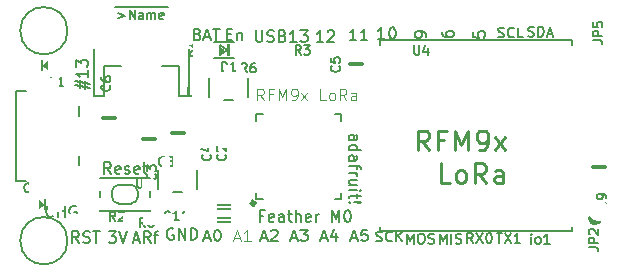
<source format=gto>
G04 #@! TF.GenerationSoftware,KiCad,Pcbnew,5.0.2-bee76a0~70~ubuntu18.04.1*
G04 #@! TF.CreationDate,2019-01-10T20:17:58-06:00*
G04 #@! TF.ProjectId,Adafruit Feather M0 RFMxx,41646166-7275-4697-9420-466561746865,rev?*
G04 #@! TF.SameCoordinates,Original*
G04 #@! TF.FileFunction,Legend,Top*
G04 #@! TF.FilePolarity,Positive*
%FSLAX46Y46*%
G04 Gerber Fmt 4.6, Leading zero omitted, Abs format (unit mm)*
G04 Created by KiCad (PCBNEW 5.0.2-bee76a0~70~ubuntu18.04.1) date Thu 10 Jan 2019 08:17:58 PM CST*
%MOMM*%
%LPD*%
G01*
G04 APERTURE LIST*
%ADD10C,0.152400*%
%ADD11C,0.121920*%
%ADD12C,0.248920*%
%ADD13C,0.304800*%
%ADD14C,0.100000*%
%ADD15C,0.127000*%
%ADD16C,0.203200*%
%ADD17C,0.406400*%
%ADD18C,0.609600*%
%ADD19C,0.138988*%
%ADD20C,0.146304*%
%ADD21C,0.500000*%
%ADD22R,1.601600X1.341600*%
%ADD23R,1.101600X1.201600*%
%ADD24R,1.301600X1.301600*%
%ADD25R,1.201600X1.101600*%
%ADD26C,1.101600*%
%ADD27R,1.101600X1.101600*%
%ADD28C,3.301600*%
%ADD29R,2.101600X1.101600*%
%ADD30R,1.451600X0.501600*%
%ADD31C,1.301600*%
%ADD32R,2.601600X2.601600*%
%ADD33C,0.802000*%
%ADD34R,0.651600X1.301600*%
%ADD35R,1.501600X1.501600*%
%ADD36C,1.778000*%
%ADD37R,1.701600X3.501600*%
%ADD38R,1.101600X4.701600*%
%ADD39R,0.851600X0.351600*%
%ADD40R,0.351600X0.851600*%
%ADD41R,4.801600X4.801600*%
%ADD42R,1.201600X2.001600*%
%ADD43R,1.601600X1.101600*%
G04 APERTURE END LIST*
D10*
X143600109Y-96093038D02*
X143600109Y-96874390D01*
X143646071Y-96966314D01*
X143692033Y-97012276D01*
X143783957Y-97058238D01*
X143967804Y-97058238D01*
X144059728Y-97012276D01*
X144105690Y-96966314D01*
X144151652Y-96874390D01*
X144151652Y-96093038D01*
X144565309Y-97012276D02*
X144703195Y-97058238D01*
X144933004Y-97058238D01*
X145024928Y-97012276D01*
X145070890Y-96966314D01*
X145116852Y-96874390D01*
X145116852Y-96782466D01*
X145070890Y-96690542D01*
X145024928Y-96644580D01*
X144933004Y-96598619D01*
X144749157Y-96552657D01*
X144657233Y-96506695D01*
X144611271Y-96460733D01*
X144565309Y-96368809D01*
X144565309Y-96276885D01*
X144611271Y-96184961D01*
X144657233Y-96139000D01*
X144749157Y-96093038D01*
X144978966Y-96093038D01*
X145116852Y-96139000D01*
X145852242Y-96552657D02*
X145990128Y-96598619D01*
X146036090Y-96644580D01*
X146082052Y-96736504D01*
X146082052Y-96874390D01*
X146036090Y-96966314D01*
X145990128Y-97012276D01*
X145898204Y-97058238D01*
X145530509Y-97058238D01*
X145530509Y-96093038D01*
X145852242Y-96093038D01*
X145944166Y-96139000D01*
X145990128Y-96184961D01*
X146036090Y-96276885D01*
X146036090Y-96368809D01*
X145990128Y-96460733D01*
X145944166Y-96506695D01*
X145852242Y-96552657D01*
X145530509Y-96552657D01*
X128618463Y-114076238D02*
X128296730Y-113616619D01*
X128066920Y-114076238D02*
X128066920Y-113111038D01*
X128434616Y-113111038D01*
X128526540Y-113157000D01*
X128572501Y-113202961D01*
X128618463Y-113294885D01*
X128618463Y-113432771D01*
X128572501Y-113524695D01*
X128526540Y-113570657D01*
X128434616Y-113616619D01*
X128066920Y-113616619D01*
X128986159Y-114030276D02*
X129124044Y-114076238D01*
X129353854Y-114076238D01*
X129445778Y-114030276D01*
X129491740Y-113984314D01*
X129537701Y-113892390D01*
X129537701Y-113800466D01*
X129491740Y-113708542D01*
X129445778Y-113662580D01*
X129353854Y-113616619D01*
X129170006Y-113570657D01*
X129078082Y-113524695D01*
X129032120Y-113478733D01*
X128986159Y-113386809D01*
X128986159Y-113294885D01*
X129032120Y-113202961D01*
X129078082Y-113157000D01*
X129170006Y-113111038D01*
X129399816Y-113111038D01*
X129537701Y-113157000D01*
X129813473Y-113111038D02*
X130365016Y-113111038D01*
X130089244Y-114076238D02*
X130089244Y-113111038D01*
X133249730Y-113800466D02*
X133709349Y-113800466D01*
X133157806Y-114076238D02*
X133479540Y-113111038D01*
X133801273Y-114076238D01*
X134674549Y-114076238D02*
X134352816Y-113616619D01*
X134123006Y-114076238D02*
X134123006Y-113111038D01*
X134490701Y-113111038D01*
X134582625Y-113157000D01*
X134628587Y-113202961D01*
X134674549Y-113294885D01*
X134674549Y-113432771D01*
X134628587Y-113524695D01*
X134582625Y-113570657D01*
X134490701Y-113616619D01*
X134123006Y-113616619D01*
X134950320Y-113432771D02*
X135318016Y-113432771D01*
X135088206Y-114076238D02*
X135088206Y-113248923D01*
X135134168Y-113157000D01*
X135226092Y-113111038D01*
X135318016Y-113111038D01*
X131134273Y-113111038D02*
X131731778Y-113111038D01*
X131410044Y-113478733D01*
X131547930Y-113478733D01*
X131639854Y-113524695D01*
X131685816Y-113570657D01*
X131731778Y-113662580D01*
X131731778Y-113892390D01*
X131685816Y-113984314D01*
X131639854Y-114030276D01*
X131547930Y-114076238D01*
X131272159Y-114076238D01*
X131180235Y-114030276D01*
X131134273Y-113984314D01*
X132007549Y-113111038D02*
X132329282Y-114076238D01*
X132651016Y-113111038D01*
X151665335Y-113648066D02*
X152124954Y-113648066D01*
X151573411Y-113923838D02*
X151895144Y-112958638D01*
X152216878Y-113923838D01*
X152998230Y-112958638D02*
X152538611Y-112958638D01*
X152492649Y-113418257D01*
X152538611Y-113372295D01*
X152630535Y-113326333D01*
X152860344Y-113326333D01*
X152952268Y-113372295D01*
X152998230Y-113418257D01*
X153044192Y-113510180D01*
X153044192Y-113739990D01*
X152998230Y-113831914D01*
X152952268Y-113877876D01*
X152860344Y-113923838D01*
X152630535Y-113923838D01*
X152538611Y-113877876D01*
X152492649Y-113831914D01*
X149125335Y-113648066D02*
X149584954Y-113648066D01*
X149033411Y-113923838D02*
X149355144Y-112958638D01*
X149676878Y-113923838D01*
X150412268Y-113280371D02*
X150412268Y-113923838D01*
X150182459Y-112912676D02*
X149952649Y-113602104D01*
X150550154Y-113602104D01*
X146585335Y-113648066D02*
X147044954Y-113648066D01*
X146493411Y-113923838D02*
X146815144Y-112958638D01*
X147136878Y-113923838D01*
X147366687Y-112958638D02*
X147964192Y-112958638D01*
X147642459Y-113326333D01*
X147780344Y-113326333D01*
X147872268Y-113372295D01*
X147918230Y-113418257D01*
X147964192Y-113510180D01*
X147964192Y-113739990D01*
X147918230Y-113831914D01*
X147872268Y-113877876D01*
X147780344Y-113923838D01*
X147504573Y-113923838D01*
X147412649Y-113877876D01*
X147366687Y-113831914D01*
X144045335Y-113648066D02*
X144504954Y-113648066D01*
X143953411Y-113923838D02*
X144275144Y-112958638D01*
X144596878Y-113923838D01*
X144872649Y-113050561D02*
X144918611Y-113004600D01*
X145010535Y-112958638D01*
X145240344Y-112958638D01*
X145332268Y-113004600D01*
X145378230Y-113050561D01*
X145424192Y-113142485D01*
X145424192Y-113234409D01*
X145378230Y-113372295D01*
X144826687Y-113923838D01*
X145424192Y-113923838D01*
D11*
X141779147Y-113648066D02*
X142238766Y-113648066D01*
X141687223Y-113923838D02*
X142008956Y-112958638D01*
X142330690Y-113923838D01*
X143158004Y-113923838D02*
X142606461Y-113923838D01*
X142882232Y-113923838D02*
X142882232Y-112958638D01*
X142790309Y-113096523D01*
X142698385Y-113188447D01*
X142606461Y-113234409D01*
D10*
X139219335Y-113648066D02*
X139678954Y-113648066D01*
X139127411Y-113923838D02*
X139449144Y-112958638D01*
X139770878Y-113923838D01*
X140276459Y-112958638D02*
X140368382Y-112958638D01*
X140460306Y-113004600D01*
X140506268Y-113050561D01*
X140552230Y-113142485D01*
X140598192Y-113326333D01*
X140598192Y-113556142D01*
X140552230Y-113739990D01*
X140506268Y-113831914D01*
X140460306Y-113877876D01*
X140368382Y-113923838D01*
X140276459Y-113923838D01*
X140184535Y-113877876D01*
X140138573Y-113831914D01*
X140092611Y-113739990D01*
X140046649Y-113556142D01*
X140046649Y-113326333D01*
X140092611Y-113142485D01*
X140138573Y-113050561D01*
X140184535Y-113004600D01*
X140276459Y-112958638D01*
X147047252Y-97058238D02*
X146495709Y-97058238D01*
X146771480Y-97058238D02*
X146771480Y-96093038D01*
X146679557Y-96230923D01*
X146587633Y-96322847D01*
X146495709Y-96368809D01*
X147368985Y-96093038D02*
X147966490Y-96093038D01*
X147644757Y-96460733D01*
X147782642Y-96460733D01*
X147874566Y-96506695D01*
X147920528Y-96552657D01*
X147966490Y-96644580D01*
X147966490Y-96874390D01*
X147920528Y-96966314D01*
X147874566Y-97012276D01*
X147782642Y-97058238D01*
X147506871Y-97058238D01*
X147414947Y-97012276D01*
X147368985Y-96966314D01*
X162006038Y-96213869D02*
X162006038Y-96673488D01*
X162465657Y-96719450D01*
X162419695Y-96673488D01*
X162373733Y-96581564D01*
X162373733Y-96351755D01*
X162419695Y-96259831D01*
X162465657Y-96213869D01*
X162557580Y-96167907D01*
X162787390Y-96167907D01*
X162879314Y-96213869D01*
X162925276Y-96259831D01*
X162971238Y-96351755D01*
X162971238Y-96581564D01*
X162925276Y-96673488D01*
X162879314Y-96719450D01*
X152086854Y-96931238D02*
X151535311Y-96931238D01*
X151811082Y-96931238D02*
X151811082Y-95966038D01*
X151719159Y-96103923D01*
X151627235Y-96195847D01*
X151535311Y-96241809D01*
X153006092Y-96931238D02*
X152454549Y-96931238D01*
X152730320Y-96931238D02*
X152730320Y-95966038D01*
X152638397Y-96103923D01*
X152546473Y-96195847D01*
X152454549Y-96241809D01*
X154499854Y-96804238D02*
X153948311Y-96804238D01*
X154224082Y-96804238D02*
X154224082Y-95839038D01*
X154132159Y-95976923D01*
X154040235Y-96068847D01*
X153948311Y-96114809D01*
X155097359Y-95839038D02*
X155189282Y-95839038D01*
X155281206Y-95885000D01*
X155327168Y-95930961D01*
X155373130Y-96022885D01*
X155419092Y-96206733D01*
X155419092Y-96436542D01*
X155373130Y-96620390D01*
X155327168Y-96712314D01*
X155281206Y-96758276D01*
X155189282Y-96804238D01*
X155097359Y-96804238D01*
X155005435Y-96758276D01*
X154959473Y-96712314D01*
X154913511Y-96620390D01*
X154867549Y-96436542D01*
X154867549Y-96206733D01*
X154913511Y-96022885D01*
X154959473Y-95930961D01*
X155005435Y-95885000D01*
X155097359Y-95839038D01*
X158018238Y-96627526D02*
X158018238Y-96443679D01*
X157972276Y-96351755D01*
X157926314Y-96305793D01*
X157788428Y-96213869D01*
X157604580Y-96167907D01*
X157236885Y-96167907D01*
X157144961Y-96213869D01*
X157099000Y-96259831D01*
X157053038Y-96351755D01*
X157053038Y-96535602D01*
X157099000Y-96627526D01*
X157144961Y-96673488D01*
X157236885Y-96719450D01*
X157466695Y-96719450D01*
X157558619Y-96673488D01*
X157604580Y-96627526D01*
X157650542Y-96535602D01*
X157650542Y-96351755D01*
X157604580Y-96259831D01*
X157558619Y-96213869D01*
X157466695Y-96167907D01*
X153778373Y-113921116D02*
X153899023Y-113961333D01*
X154100106Y-113961333D01*
X154180540Y-113921116D01*
X154220756Y-113880900D01*
X154260973Y-113800466D01*
X154260973Y-113720033D01*
X154220756Y-113639600D01*
X154180540Y-113599383D01*
X154100106Y-113559166D01*
X153939240Y-113518950D01*
X153858806Y-113478733D01*
X153818590Y-113438516D01*
X153778373Y-113358083D01*
X153778373Y-113277650D01*
X153818590Y-113197216D01*
X153858806Y-113157000D01*
X153939240Y-113116783D01*
X154140323Y-113116783D01*
X154260973Y-113157000D01*
X155105523Y-113880900D02*
X155065306Y-113921116D01*
X154944656Y-113961333D01*
X154864223Y-113961333D01*
X154743573Y-113921116D01*
X154663140Y-113840683D01*
X154622923Y-113760250D01*
X154582706Y-113599383D01*
X154582706Y-113478733D01*
X154622923Y-113317866D01*
X154663140Y-113237433D01*
X154743573Y-113157000D01*
X154864223Y-113116783D01*
X154944656Y-113116783D01*
X155065306Y-113157000D01*
X155105523Y-113197216D01*
X155467473Y-113961333D02*
X155467473Y-113116783D01*
X155950073Y-113961333D02*
X155588123Y-113478733D01*
X155950073Y-113116783D02*
X155467473Y-113599383D01*
X156392033Y-114148658D02*
X156392033Y-113304108D01*
X156673550Y-113907358D01*
X156955066Y-113304108D01*
X156955066Y-114148658D01*
X157518100Y-113304108D02*
X157678966Y-113304108D01*
X157759400Y-113344325D01*
X157839833Y-113424758D01*
X157880050Y-113585625D01*
X157880050Y-113867141D01*
X157839833Y-114028008D01*
X157759400Y-114108441D01*
X157678966Y-114148658D01*
X157518100Y-114148658D01*
X157437666Y-114108441D01*
X157357233Y-114028008D01*
X157317016Y-113867141D01*
X157317016Y-113585625D01*
X157357233Y-113424758D01*
X157437666Y-113344325D01*
X157518100Y-113304108D01*
X158201783Y-114108441D02*
X158322433Y-114148658D01*
X158523516Y-114148658D01*
X158603950Y-114108441D01*
X158644166Y-114068225D01*
X158684383Y-113987791D01*
X158684383Y-113907358D01*
X158644166Y-113826925D01*
X158603950Y-113786708D01*
X158523516Y-113746491D01*
X158362650Y-113706275D01*
X158282216Y-113666058D01*
X158242000Y-113625841D01*
X158201783Y-113545408D01*
X158201783Y-113464975D01*
X158242000Y-113384541D01*
X158282216Y-113344325D01*
X158362650Y-113304108D01*
X158563733Y-113304108D01*
X158684383Y-113344325D01*
X159173333Y-114148658D02*
X159173333Y-113304108D01*
X159454850Y-113907358D01*
X159736366Y-113304108D01*
X159736366Y-114148658D01*
X160138533Y-114148658D02*
X160138533Y-113304108D01*
X160500483Y-114108441D02*
X160621133Y-114148658D01*
X160822216Y-114148658D01*
X160902650Y-114108441D01*
X160942866Y-114068225D01*
X160983083Y-113987791D01*
X160983083Y-113907358D01*
X160942866Y-113826925D01*
X160902650Y-113786708D01*
X160822216Y-113746491D01*
X160661350Y-113706275D01*
X160580916Y-113666058D01*
X160540700Y-113625841D01*
X160500483Y-113545408D01*
X160500483Y-113464975D01*
X160540700Y-113384541D01*
X160580916Y-113344325D01*
X160661350Y-113304108D01*
X160862433Y-113304108D01*
X160983083Y-113344325D01*
X164099240Y-96649116D02*
X164219890Y-96689333D01*
X164420973Y-96689333D01*
X164501406Y-96649116D01*
X164541623Y-96608900D01*
X164581840Y-96528466D01*
X164581840Y-96448033D01*
X164541623Y-96367600D01*
X164501406Y-96327383D01*
X164420973Y-96287166D01*
X164260106Y-96246950D01*
X164179673Y-96206733D01*
X164139456Y-96166516D01*
X164099240Y-96086083D01*
X164099240Y-96005650D01*
X164139456Y-95925216D01*
X164179673Y-95885000D01*
X164260106Y-95844783D01*
X164461190Y-95844783D01*
X164581840Y-95885000D01*
X165426390Y-96608900D02*
X165386173Y-96649116D01*
X165265523Y-96689333D01*
X165185090Y-96689333D01*
X165064440Y-96649116D01*
X164984006Y-96568683D01*
X164943790Y-96488250D01*
X164903573Y-96327383D01*
X164903573Y-96206733D01*
X164943790Y-96045866D01*
X164984006Y-95965433D01*
X165064440Y-95885000D01*
X165185090Y-95844783D01*
X165265523Y-95844783D01*
X165386173Y-95885000D01*
X165426390Y-95925216D01*
X166190506Y-96689333D02*
X165788340Y-96689333D01*
X165788340Y-95844783D01*
X166652575Y-96582441D02*
X166773225Y-96622658D01*
X166974308Y-96622658D01*
X167054741Y-96582441D01*
X167094958Y-96542225D01*
X167135175Y-96461791D01*
X167135175Y-96381358D01*
X167094958Y-96300925D01*
X167054741Y-96260708D01*
X166974308Y-96220491D01*
X166813441Y-96180275D01*
X166733008Y-96140058D01*
X166692791Y-96099841D01*
X166652575Y-96019408D01*
X166652575Y-95938975D01*
X166692791Y-95858541D01*
X166733008Y-95818325D01*
X166813441Y-95778108D01*
X167014525Y-95778108D01*
X167135175Y-95818325D01*
X167497125Y-96622658D02*
X167497125Y-95778108D01*
X167698208Y-95778108D01*
X167818858Y-95818325D01*
X167899291Y-95898758D01*
X167939508Y-95979191D01*
X167979725Y-96140058D01*
X167979725Y-96260708D01*
X167939508Y-96421575D01*
X167899291Y-96502008D01*
X167818858Y-96582441D01*
X167698208Y-96622658D01*
X167497125Y-96622658D01*
X168301458Y-96381358D02*
X168703625Y-96381358D01*
X168221025Y-96622658D02*
X168502541Y-95778108D01*
X168784058Y-96622658D01*
X161961406Y-114088333D02*
X161679890Y-113686166D01*
X161478806Y-114088333D02*
X161478806Y-113243783D01*
X161800540Y-113243783D01*
X161880973Y-113284000D01*
X161921190Y-113324216D01*
X161961406Y-113404650D01*
X161961406Y-113525300D01*
X161921190Y-113605733D01*
X161880973Y-113645950D01*
X161800540Y-113686166D01*
X161478806Y-113686166D01*
X162242923Y-113243783D02*
X162805956Y-114088333D01*
X162805956Y-113243783D02*
X162242923Y-114088333D01*
X163288556Y-113243783D02*
X163368990Y-113243783D01*
X163449423Y-113284000D01*
X163489640Y-113324216D01*
X163529856Y-113404650D01*
X163570073Y-113565516D01*
X163570073Y-113766600D01*
X163529856Y-113927466D01*
X163489640Y-114007900D01*
X163449423Y-114048116D01*
X163368990Y-114088333D01*
X163288556Y-114088333D01*
X163208123Y-114048116D01*
X163167906Y-114007900D01*
X163127690Y-113927466D01*
X163087473Y-113766600D01*
X163087473Y-113565516D01*
X163127690Y-113404650D01*
X163167906Y-113324216D01*
X163208123Y-113284000D01*
X163288556Y-113243783D01*
X163972240Y-113243783D02*
X164454840Y-113243783D01*
X164213540Y-114088333D02*
X164213540Y-113243783D01*
X164655923Y-113243783D02*
X165218956Y-114088333D01*
X165218956Y-113243783D02*
X164655923Y-114088333D01*
X165983073Y-114088333D02*
X165500473Y-114088333D01*
X165741773Y-114088333D02*
X165741773Y-113243783D01*
X165661340Y-113364433D01*
X165580906Y-113444866D01*
X165500473Y-113485083D01*
X138640578Y-96425657D02*
X138778463Y-96471619D01*
X138824425Y-96517580D01*
X138870387Y-96609504D01*
X138870387Y-96747390D01*
X138824425Y-96839314D01*
X138778463Y-96885276D01*
X138686540Y-96931238D01*
X138318844Y-96931238D01*
X138318844Y-95966038D01*
X138640578Y-95966038D01*
X138732501Y-96012000D01*
X138778463Y-96057961D01*
X138824425Y-96149885D01*
X138824425Y-96241809D01*
X138778463Y-96333733D01*
X138732501Y-96379695D01*
X138640578Y-96425657D01*
X138318844Y-96425657D01*
X139238082Y-96655466D02*
X139697701Y-96655466D01*
X139146159Y-96931238D02*
X139467892Y-95966038D01*
X139789625Y-96931238D01*
X139973473Y-95966038D02*
X140525016Y-95966038D01*
X140249244Y-96931238D02*
X140249244Y-95966038D01*
X149292854Y-97058238D02*
X148741311Y-97058238D01*
X149017082Y-97058238D02*
X149017082Y-96093038D01*
X148925159Y-96230923D01*
X148833235Y-96322847D01*
X148741311Y-96368809D01*
X149660549Y-96184961D02*
X149706511Y-96139000D01*
X149798435Y-96093038D01*
X150028244Y-96093038D01*
X150120168Y-96139000D01*
X150166130Y-96184961D01*
X150212092Y-96276885D01*
X150212092Y-96368809D01*
X150166130Y-96506695D01*
X149614587Y-97058238D01*
X150212092Y-97058238D01*
X159364438Y-96209152D02*
X159364438Y-96393000D01*
X159410400Y-96484923D01*
X159456361Y-96530885D01*
X159594247Y-96622809D01*
X159778095Y-96668771D01*
X160145790Y-96668771D01*
X160237714Y-96622809D01*
X160283676Y-96576847D01*
X160329638Y-96484923D01*
X160329638Y-96301076D01*
X160283676Y-96209152D01*
X160237714Y-96163190D01*
X160145790Y-96117228D01*
X159915980Y-96117228D01*
X159824057Y-96163190D01*
X159778095Y-96209152D01*
X159732133Y-96301076D01*
X159732133Y-96484923D01*
X159778095Y-96576847D01*
X159824057Y-96622809D01*
X159915980Y-96668771D01*
X136589709Y-112903000D02*
X136497785Y-112857038D01*
X136359900Y-112857038D01*
X136222014Y-112903000D01*
X136130090Y-112994923D01*
X136084128Y-113086847D01*
X136038166Y-113270695D01*
X136038166Y-113408580D01*
X136084128Y-113592428D01*
X136130090Y-113684352D01*
X136222014Y-113776276D01*
X136359900Y-113822238D01*
X136451823Y-113822238D01*
X136589709Y-113776276D01*
X136635671Y-113730314D01*
X136635671Y-113408580D01*
X136451823Y-113408580D01*
X137049328Y-113822238D02*
X137049328Y-112857038D01*
X137600871Y-113822238D01*
X137600871Y-112857038D01*
X138060490Y-113822238D02*
X138060490Y-112857038D01*
X138290300Y-112857038D01*
X138428185Y-112903000D01*
X138520109Y-112994923D01*
X138566071Y-113086847D01*
X138612033Y-113270695D01*
X138612033Y-113408580D01*
X138566071Y-113592428D01*
X138520109Y-113684352D01*
X138428185Y-113776276D01*
X138290300Y-113822238D01*
X138060490Y-113822238D01*
X128710871Y-100991488D02*
X128710871Y-100302060D01*
X128297214Y-100715717D02*
X129538185Y-100991488D01*
X129124528Y-100393983D02*
X129124528Y-101083412D01*
X129538185Y-100669755D02*
X128297214Y-100393983D01*
X129354338Y-99474745D02*
X129354338Y-100026288D01*
X129354338Y-99750517D02*
X128389138Y-99750517D01*
X128527023Y-99842440D01*
X128618947Y-99934364D01*
X128664909Y-100026288D01*
X128389138Y-99153012D02*
X128389138Y-98555507D01*
X128756833Y-98877240D01*
X128756833Y-98739355D01*
X128802795Y-98647431D01*
X128848757Y-98601469D01*
X128940680Y-98555507D01*
X129170490Y-98555507D01*
X129262414Y-98601469D01*
X129308376Y-98647431D01*
X129354338Y-98739355D01*
X129354338Y-99015126D01*
X129308376Y-99107050D01*
X129262414Y-99153012D01*
X141132197Y-96425657D02*
X141453930Y-96425657D01*
X141591816Y-96931238D02*
X141132197Y-96931238D01*
X141132197Y-95966038D01*
X141591816Y-95966038D01*
X142005473Y-96287771D02*
X142005473Y-96931238D01*
X142005473Y-96379695D02*
X142051435Y-96333733D01*
X142143359Y-96287771D01*
X142281244Y-96287771D01*
X142373168Y-96333733D01*
X142419130Y-96425657D01*
X142419130Y-96931238D01*
X166893875Y-114148658D02*
X166893875Y-113585625D01*
X166893875Y-113304108D02*
X166853658Y-113344325D01*
X166893875Y-113384541D01*
X166934091Y-113344325D01*
X166893875Y-113304108D01*
X166893875Y-113384541D01*
X167416691Y-114148658D02*
X167336258Y-114108441D01*
X167296041Y-114068225D01*
X167255825Y-113987791D01*
X167255825Y-113746491D01*
X167296041Y-113666058D01*
X167336258Y-113625841D01*
X167416691Y-113585625D01*
X167537341Y-113585625D01*
X167617775Y-113625841D01*
X167657991Y-113666058D01*
X167698208Y-113746491D01*
X167698208Y-113987791D01*
X167657991Y-114068225D01*
X167617775Y-114108441D01*
X167537341Y-114148658D01*
X167416691Y-114148658D01*
X168502541Y-114148658D02*
X168019941Y-114148658D01*
X168261241Y-114148658D02*
X168261241Y-113304108D01*
X168180808Y-113424758D01*
X168100375Y-113505191D01*
X168019941Y-113545408D01*
D11*
D10*
X131304090Y-108234238D02*
X130982357Y-107774619D01*
X130752547Y-108234238D02*
X130752547Y-107269038D01*
X131120242Y-107269038D01*
X131212166Y-107315000D01*
X131258128Y-107360961D01*
X131304090Y-107452885D01*
X131304090Y-107590771D01*
X131258128Y-107682695D01*
X131212166Y-107728657D01*
X131120242Y-107774619D01*
X130752547Y-107774619D01*
X132085442Y-108188276D02*
X131993519Y-108234238D01*
X131809671Y-108234238D01*
X131717747Y-108188276D01*
X131671785Y-108096352D01*
X131671785Y-107728657D01*
X131717747Y-107636733D01*
X131809671Y-107590771D01*
X131993519Y-107590771D01*
X132085442Y-107636733D01*
X132131404Y-107728657D01*
X132131404Y-107820580D01*
X131671785Y-107912504D01*
X132499100Y-108188276D02*
X132591023Y-108234238D01*
X132774871Y-108234238D01*
X132866795Y-108188276D01*
X132912757Y-108096352D01*
X132912757Y-108050390D01*
X132866795Y-107958466D01*
X132774871Y-107912504D01*
X132636985Y-107912504D01*
X132545061Y-107866542D01*
X132499100Y-107774619D01*
X132499100Y-107728657D01*
X132545061Y-107636733D01*
X132636985Y-107590771D01*
X132774871Y-107590771D01*
X132866795Y-107636733D01*
X133694109Y-108188276D02*
X133602185Y-108234238D01*
X133418338Y-108234238D01*
X133326414Y-108188276D01*
X133280452Y-108096352D01*
X133280452Y-107728657D01*
X133326414Y-107636733D01*
X133418338Y-107590771D01*
X133602185Y-107590771D01*
X133694109Y-107636733D01*
X133740071Y-107728657D01*
X133740071Y-107820580D01*
X133280452Y-107912504D01*
X134015842Y-107590771D02*
X134383538Y-107590771D01*
X134153728Y-107269038D02*
X134153728Y-108096352D01*
X134199690Y-108188276D01*
X134291614Y-108234238D01*
X134383538Y-108234238D01*
X126429830Y-111799914D02*
X126383868Y-111845876D01*
X126245982Y-111891838D01*
X126154059Y-111891838D01*
X126016173Y-111845876D01*
X125924249Y-111753952D01*
X125878287Y-111662028D01*
X125832325Y-111478180D01*
X125832325Y-111340295D01*
X125878287Y-111156447D01*
X125924249Y-111064523D01*
X126016173Y-110972600D01*
X126154059Y-110926638D01*
X126245982Y-110926638D01*
X126383868Y-110972600D01*
X126429830Y-111018561D01*
X126843487Y-111891838D02*
X126843487Y-110926638D01*
X126843487Y-111386257D02*
X127395030Y-111386257D01*
X127395030Y-111891838D02*
X127395030Y-110926638D01*
X128360230Y-110972600D02*
X128268306Y-110926638D01*
X128130420Y-110926638D01*
X127992535Y-110972600D01*
X127900611Y-111064523D01*
X127854649Y-111156447D01*
X127808687Y-111340295D01*
X127808687Y-111478180D01*
X127854649Y-111662028D01*
X127900611Y-111753952D01*
X127992535Y-111845876D01*
X128130420Y-111891838D01*
X128222344Y-111891838D01*
X128360230Y-111845876D01*
X128406192Y-111799914D01*
X128406192Y-111478180D01*
X128222344Y-111478180D01*
D11*
D10*
X144223014Y-111792657D02*
X143901280Y-111792657D01*
X143901280Y-112298238D02*
X143901280Y-111333038D01*
X144360900Y-111333038D01*
X145096290Y-112252276D02*
X145004366Y-112298238D01*
X144820519Y-112298238D01*
X144728595Y-112252276D01*
X144682633Y-112160352D01*
X144682633Y-111792657D01*
X144728595Y-111700733D01*
X144820519Y-111654771D01*
X145004366Y-111654771D01*
X145096290Y-111700733D01*
X145142252Y-111792657D01*
X145142252Y-111884580D01*
X144682633Y-111976504D01*
X145969566Y-112298238D02*
X145969566Y-111792657D01*
X145923604Y-111700733D01*
X145831680Y-111654771D01*
X145647833Y-111654771D01*
X145555909Y-111700733D01*
X145969566Y-112252276D02*
X145877642Y-112298238D01*
X145647833Y-112298238D01*
X145555909Y-112252276D01*
X145509947Y-112160352D01*
X145509947Y-112068428D01*
X145555909Y-111976504D01*
X145647833Y-111930542D01*
X145877642Y-111930542D01*
X145969566Y-111884580D01*
X146291300Y-111654771D02*
X146658995Y-111654771D01*
X146429185Y-111333038D02*
X146429185Y-112160352D01*
X146475147Y-112252276D01*
X146567071Y-112298238D01*
X146658995Y-112298238D01*
X146980728Y-112298238D02*
X146980728Y-111333038D01*
X147394385Y-112298238D02*
X147394385Y-111792657D01*
X147348423Y-111700733D01*
X147256500Y-111654771D01*
X147118614Y-111654771D01*
X147026690Y-111700733D01*
X146980728Y-111746695D01*
X148221700Y-112252276D02*
X148129776Y-112298238D01*
X147945928Y-112298238D01*
X147854004Y-112252276D01*
X147808042Y-112160352D01*
X147808042Y-111792657D01*
X147854004Y-111700733D01*
X147945928Y-111654771D01*
X148129776Y-111654771D01*
X148221700Y-111700733D01*
X148267661Y-111792657D01*
X148267661Y-111884580D01*
X147808042Y-111976504D01*
X148681319Y-112298238D02*
X148681319Y-111654771D01*
X148681319Y-111838619D02*
X148727280Y-111746695D01*
X148773242Y-111700733D01*
X148865166Y-111654771D01*
X148957090Y-111654771D01*
X150014214Y-112298238D02*
X150014214Y-111333038D01*
X150335947Y-112022466D01*
X150657680Y-111333038D01*
X150657680Y-112298238D01*
X151301147Y-111333038D02*
X151393071Y-111333038D01*
X151484995Y-111379000D01*
X151530957Y-111424961D01*
X151576919Y-111516885D01*
X151622880Y-111700733D01*
X151622880Y-111930542D01*
X151576919Y-112114390D01*
X151530957Y-112206314D01*
X151484995Y-112252276D01*
X151393071Y-112298238D01*
X151301147Y-112298238D01*
X151209223Y-112252276D01*
X151163261Y-112206314D01*
X151117300Y-112114390D01*
X151071338Y-111930542D01*
X151071338Y-111700733D01*
X151117300Y-111516885D01*
X151163261Y-111424961D01*
X151209223Y-111379000D01*
X151301147Y-111333038D01*
D11*
X144277418Y-102011238D02*
X143955685Y-101551619D01*
X143725875Y-102011238D02*
X143725875Y-101046038D01*
X144093571Y-101046038D01*
X144185494Y-101092000D01*
X144231456Y-101137961D01*
X144277418Y-101229885D01*
X144277418Y-101367771D01*
X144231456Y-101459695D01*
X144185494Y-101505657D01*
X144093571Y-101551619D01*
X143725875Y-101551619D01*
X145012809Y-101505657D02*
X144691075Y-101505657D01*
X144691075Y-102011238D02*
X144691075Y-101046038D01*
X145150694Y-101046038D01*
X145518390Y-102011238D02*
X145518390Y-101046038D01*
X145840123Y-101735466D01*
X146161856Y-101046038D01*
X146161856Y-102011238D01*
X146667437Y-102011238D02*
X146851285Y-102011238D01*
X146943209Y-101965276D01*
X146989171Y-101919314D01*
X147081094Y-101781428D01*
X147127056Y-101597580D01*
X147127056Y-101229885D01*
X147081094Y-101137961D01*
X147035132Y-101092000D01*
X146943209Y-101046038D01*
X146759361Y-101046038D01*
X146667437Y-101092000D01*
X146621475Y-101137961D01*
X146575513Y-101229885D01*
X146575513Y-101459695D01*
X146621475Y-101551619D01*
X146667437Y-101597580D01*
X146759361Y-101643542D01*
X146943209Y-101643542D01*
X147035132Y-101597580D01*
X147081094Y-101551619D01*
X147127056Y-101459695D01*
X147448790Y-102011238D02*
X147954371Y-101367771D01*
X147448790Y-101367771D02*
X147954371Y-102011238D01*
X149517075Y-102011238D02*
X149057456Y-102011238D01*
X149057456Y-101046038D01*
X149976694Y-102011238D02*
X149884771Y-101965276D01*
X149838809Y-101919314D01*
X149792847Y-101827390D01*
X149792847Y-101551619D01*
X149838809Y-101459695D01*
X149884771Y-101413733D01*
X149976694Y-101367771D01*
X150114580Y-101367771D01*
X150206504Y-101413733D01*
X150252466Y-101459695D01*
X150298428Y-101551619D01*
X150298428Y-101827390D01*
X150252466Y-101919314D01*
X150206504Y-101965276D01*
X150114580Y-102011238D01*
X149976694Y-102011238D01*
X151263628Y-102011238D02*
X150941894Y-101551619D01*
X150712085Y-102011238D02*
X150712085Y-101046038D01*
X151079780Y-101046038D01*
X151171704Y-101092000D01*
X151217666Y-101137961D01*
X151263628Y-101229885D01*
X151263628Y-101367771D01*
X151217666Y-101459695D01*
X151171704Y-101505657D01*
X151079780Y-101551619D01*
X150712085Y-101551619D01*
X152090942Y-102011238D02*
X152090942Y-101505657D01*
X152044980Y-101413733D01*
X151953056Y-101367771D01*
X151769209Y-101367771D01*
X151677285Y-101413733D01*
X152090942Y-101965276D02*
X151999018Y-102011238D01*
X151769209Y-102011238D01*
X151677285Y-101965276D01*
X151631323Y-101873352D01*
X151631323Y-101781428D01*
X151677285Y-101689504D01*
X151769209Y-101643542D01*
X151999018Y-101643542D01*
X152090942Y-101597580D01*
D10*
X151493461Y-105384600D02*
X151999042Y-105384600D01*
X152090966Y-105338638D01*
X152136928Y-105246714D01*
X152136928Y-105062866D01*
X152090966Y-104970942D01*
X151539423Y-105384600D02*
X151493461Y-105292676D01*
X151493461Y-105062866D01*
X151539423Y-104970942D01*
X151631347Y-104924980D01*
X151723271Y-104924980D01*
X151815195Y-104970942D01*
X151861157Y-105062866D01*
X151861157Y-105292676D01*
X151907119Y-105384600D01*
X151493461Y-106257876D02*
X152458661Y-106257876D01*
X151539423Y-106257876D02*
X151493461Y-106165952D01*
X151493461Y-105982104D01*
X151539423Y-105890180D01*
X151585385Y-105844219D01*
X151677309Y-105798257D01*
X151953080Y-105798257D01*
X152045004Y-105844219D01*
X152090966Y-105890180D01*
X152136928Y-105982104D01*
X152136928Y-106165952D01*
X152090966Y-106257876D01*
X151493461Y-107131152D02*
X151999042Y-107131152D01*
X152090966Y-107085190D01*
X152136928Y-106993266D01*
X152136928Y-106809419D01*
X152090966Y-106717495D01*
X151539423Y-107131152D02*
X151493461Y-107039228D01*
X151493461Y-106809419D01*
X151539423Y-106717495D01*
X151631347Y-106671533D01*
X151723271Y-106671533D01*
X151815195Y-106717495D01*
X151861157Y-106809419D01*
X151861157Y-107039228D01*
X151907119Y-107131152D01*
X152136928Y-107452885D02*
X152136928Y-107820580D01*
X151493461Y-107590771D02*
X152320776Y-107590771D01*
X152412700Y-107636733D01*
X152458661Y-107728657D01*
X152458661Y-107820580D01*
X151493461Y-108142314D02*
X152136928Y-108142314D01*
X151953080Y-108142314D02*
X152045004Y-108188276D01*
X152090966Y-108234238D01*
X152136928Y-108326161D01*
X152136928Y-108418085D01*
X152136928Y-109153476D02*
X151493461Y-109153476D01*
X152136928Y-108739819D02*
X151631347Y-108739819D01*
X151539423Y-108785780D01*
X151493461Y-108877704D01*
X151493461Y-109015590D01*
X151539423Y-109107514D01*
X151585385Y-109153476D01*
X151493461Y-109613095D02*
X152136928Y-109613095D01*
X152458661Y-109613095D02*
X152412700Y-109567133D01*
X152366738Y-109613095D01*
X152412700Y-109659057D01*
X152458661Y-109613095D01*
X152366738Y-109613095D01*
X152136928Y-109934828D02*
X152136928Y-110302523D01*
X152458661Y-110072714D02*
X151631347Y-110072714D01*
X151539423Y-110118676D01*
X151493461Y-110210600D01*
X151493461Y-110302523D01*
X151585385Y-110624257D02*
X151539423Y-110670219D01*
X151493461Y-110624257D01*
X151539423Y-110578295D01*
X151585385Y-110624257D01*
X151493461Y-110624257D01*
X151861157Y-110624257D02*
X152412700Y-110578295D01*
X152458661Y-110624257D01*
X152412700Y-110670219D01*
X151861157Y-110624257D01*
X152458661Y-110624257D01*
D12*
X158262235Y-106256666D02*
X157699202Y-105452333D01*
X157297035Y-106256666D02*
X157297035Y-104567566D01*
X157940502Y-104567566D01*
X158101368Y-104648000D01*
X158181802Y-104728433D01*
X158262235Y-104889300D01*
X158262235Y-105130600D01*
X158181802Y-105291466D01*
X158101368Y-105371900D01*
X157940502Y-105452333D01*
X157297035Y-105452333D01*
X159549168Y-105371900D02*
X158986135Y-105371900D01*
X158986135Y-106256666D02*
X158986135Y-104567566D01*
X159790468Y-104567566D01*
X160433935Y-106256666D02*
X160433935Y-104567566D01*
X160996968Y-105774066D01*
X161560002Y-104567566D01*
X161560002Y-106256666D01*
X162444768Y-106256666D02*
X162766502Y-106256666D01*
X162927368Y-106176233D01*
X163007802Y-106095800D01*
X163168668Y-105854500D01*
X163249102Y-105532766D01*
X163249102Y-104889300D01*
X163168668Y-104728433D01*
X163088235Y-104648000D01*
X162927368Y-104567566D01*
X162605635Y-104567566D01*
X162444768Y-104648000D01*
X162364335Y-104728433D01*
X162283902Y-104889300D01*
X162283902Y-105291466D01*
X162364335Y-105452333D01*
X162444768Y-105532766D01*
X162605635Y-105613200D01*
X162927368Y-105613200D01*
X163088235Y-105532766D01*
X163168668Y-105452333D01*
X163249102Y-105291466D01*
X163812135Y-106256666D02*
X164696902Y-105130600D01*
X163812135Y-105130600D02*
X164696902Y-106256666D01*
X160031768Y-109039236D02*
X159227435Y-109039236D01*
X159227435Y-107350136D01*
X160836102Y-109039236D02*
X160675235Y-108958803D01*
X160594802Y-108878370D01*
X160514368Y-108717503D01*
X160514368Y-108234903D01*
X160594802Y-108074036D01*
X160675235Y-107993603D01*
X160836102Y-107913170D01*
X161077402Y-107913170D01*
X161238268Y-107993603D01*
X161318702Y-108074036D01*
X161399135Y-108234903D01*
X161399135Y-108717503D01*
X161318702Y-108878370D01*
X161238268Y-108958803D01*
X161077402Y-109039236D01*
X160836102Y-109039236D01*
X163088235Y-109039236D02*
X162525202Y-108234903D01*
X162123035Y-109039236D02*
X162123035Y-107350136D01*
X162766502Y-107350136D01*
X162927368Y-107430570D01*
X163007802Y-107511003D01*
X163088235Y-107671870D01*
X163088235Y-107913170D01*
X163007802Y-108074036D01*
X162927368Y-108154470D01*
X162766502Y-108234903D01*
X162123035Y-108234903D01*
X164536035Y-109039236D02*
X164536035Y-108154470D01*
X164455602Y-107993603D01*
X164294735Y-107913170D01*
X163973002Y-107913170D01*
X163812135Y-107993603D01*
X164536035Y-108958803D02*
X164375168Y-109039236D01*
X163973002Y-109039236D01*
X163812135Y-108958803D01*
X163731702Y-108797936D01*
X163731702Y-108637070D01*
X163812135Y-108476203D01*
X163973002Y-108395770D01*
X164375168Y-108395770D01*
X164536035Y-108315336D01*
D11*
D13*
G04 #@! TO.C,C6*
X130681100Y-103474600D02*
X131697100Y-103474600D01*
G04 #@! TO.C,C8*
X137467100Y-104809600D02*
X136451100Y-104809600D01*
D14*
G04 #@! TO.C,L1*
G36*
X125492100Y-99074600D02*
X126000100Y-99455600D01*
X126000100Y-98693600D01*
X125492100Y-99074600D01*
G37*
G36*
X125605600Y-99519100D02*
X125605600Y-98630100D01*
X125415100Y-98630100D01*
X125415100Y-99519100D01*
X125605600Y-99519100D01*
G37*
D15*
G04 #@! TO.C,SW1*
X131999100Y-109156600D02*
X132999100Y-109156600D01*
X131999102Y-109156600D02*
G75*
G03X131399100Y-109756600I-1J-600001D01*
G01*
X131399100Y-110156600D02*
X131399100Y-109756600D01*
X131399100Y-110156598D02*
G75*
G03X131999100Y-110756600I600001J-1D01*
G01*
X132999100Y-110756600D02*
X131999100Y-110756600D01*
X132999098Y-110756600D02*
G75*
G03X133599100Y-110156600I1J600001D01*
G01*
X133599100Y-109756600D02*
X133599100Y-110156600D01*
X133599100Y-109756602D02*
G75*
G03X132999100Y-109156600I-600001J1D01*
G01*
X134599100Y-108556600D02*
X134599100Y-111356600D01*
X130399100Y-108556600D02*
X134599100Y-108556600D01*
X130399100Y-111356600D02*
X130399100Y-108556600D01*
X134599100Y-111356600D02*
X130399100Y-111356600D01*
D16*
G04 #@! TO.C,U$31*
X127641100Y-96113600D02*
G75*
G03X127641100Y-96113600I-2000000J0D01*
G01*
G04 #@! TO.C,U$32*
X127641100Y-113893600D02*
G75*
G03X127641100Y-113893600I-2000000J0D01*
G01*
D15*
G04 #@! TO.C,X3*
X123246100Y-108803600D02*
X124146100Y-108803600D01*
X123246100Y-101203600D02*
X123246100Y-108803600D01*
X124146100Y-101203600D02*
X123246100Y-101203600D01*
X128646100Y-106703600D02*
X128646100Y-107503600D01*
X128646100Y-102503600D02*
X128646100Y-103303600D01*
D16*
G04 #@! TO.C,U2*
X141662100Y-101989600D02*
X140862100Y-101989600D01*
X139612100Y-101739600D02*
X139612100Y-100139600D01*
X142912100Y-101739600D02*
X142912100Y-100139600D01*
D14*
G04 #@! TO.C,D1*
G36*
X140981100Y-97764600D02*
X140681100Y-97964600D01*
X140681100Y-97564600D01*
X140981100Y-97764600D01*
G37*
G36*
X141381100Y-97264600D02*
X141181100Y-97264600D01*
X141181100Y-98264600D01*
X141381100Y-98264600D01*
X141381100Y-97264600D01*
G37*
D16*
X140581100Y-97364600D02*
X141181100Y-97764600D01*
X140581100Y-98164600D02*
X140581100Y-97364600D01*
X141181100Y-97764600D02*
X140581100Y-98164600D01*
X140008100Y-97064600D02*
X141754100Y-97064600D01*
X141754100Y-98464600D02*
X140008100Y-98464600D01*
G04 #@! TO.C,X1*
X129896100Y-101629600D02*
X129896100Y-97629600D01*
X130746100Y-101629600D02*
X129896100Y-101629600D01*
X130746100Y-99129600D02*
X130746100Y-101629600D01*
X132146100Y-99129600D02*
X130746100Y-99129600D01*
X137046100Y-99129600D02*
X135646100Y-99129600D01*
X137046100Y-101629600D02*
X137046100Y-99129600D01*
X137896100Y-101629600D02*
X137046100Y-101629600D01*
X137896100Y-97629600D02*
X137896100Y-101629600D01*
X131646100Y-94129600D02*
X136146100Y-94129600D01*
G04 #@! TO.C,U3*
X137344100Y-109736600D02*
X136544100Y-109736600D01*
X135294100Y-109486600D02*
X135294100Y-107886600D01*
X138594100Y-109486600D02*
X138594100Y-107886600D01*
D14*
G04 #@! TO.C,CHG1*
G36*
X125768100Y-110845600D02*
X125260100Y-110464600D01*
X125260100Y-111226600D01*
X125768100Y-110845600D01*
G37*
G36*
X125654600Y-110401100D02*
X125654600Y-111290100D01*
X125845100Y-111290100D01*
X125845100Y-110401100D01*
X125654600Y-110401100D01*
G37*
D13*
G04 #@! TO.C,C3*
X135039100Y-105257600D02*
X134023100Y-105257600D01*
D15*
G04 #@! TO.C,U$4*
X150831100Y-110381600D02*
X150281100Y-110381600D01*
X150831100Y-109831600D02*
X150831100Y-110381600D01*
X143631100Y-110381600D02*
X144181100Y-110381600D01*
X143631100Y-109831600D02*
X143631100Y-110381600D01*
X150831100Y-103181600D02*
X150831100Y-103731600D01*
X150281100Y-103181600D02*
X150831100Y-103181600D01*
X143631100Y-103181600D02*
X143631100Y-103731600D01*
X144181100Y-103181600D02*
X143631100Y-103181600D01*
D17*
X143480100Y-110713600D02*
G75*
G03X143480100Y-110713600I-127000J0D01*
G01*
D15*
G04 #@! TO.C,X2*
X139781101Y-111207601D02*
G75*
G03X139581100Y-111507600I49899J-249933D01*
G01*
X139581100Y-111807600D02*
X139581100Y-111507600D01*
X139581099Y-111807599D02*
G75*
G03X139881100Y-112007600I250001J50000D01*
G01*
X141881100Y-112007600D02*
X139881100Y-112007600D01*
X141881099Y-112007599D02*
G75*
G03X142181100Y-111707600I1J300000D01*
G01*
X142181100Y-111507600D02*
X142181100Y-111707600D01*
X142181100Y-111507600D02*
G75*
G03X141881100Y-111207600I-300100J-100D01*
G01*
X139781100Y-111207600D02*
X141881100Y-111207600D01*
X142481100Y-111223800D02*
X142481100Y-112024800D01*
X142481100Y-111223800D02*
G75*
G03X142164900Y-110907600I-316200J0D01*
G01*
X139504700Y-110907600D02*
X142164900Y-110907600D01*
X139504700Y-110907600D02*
G75*
G03X139281100Y-111131200I0J-223600D01*
G01*
X139281100Y-112024800D02*
X139281100Y-111131200D01*
X139281100Y-112024800D02*
G75*
G03X139563900Y-112307600I282800J0D01*
G01*
X142198300Y-112307600D02*
X139563900Y-112307600D01*
X142198300Y-112307600D02*
G75*
G03X142481100Y-112024800I0J282800D01*
G01*
D13*
G04 #@! TO.C,C5*
X151549100Y-98907600D02*
X152565100Y-98907600D01*
G04 #@! TO.C,C9*
X173139100Y-107670600D02*
X172123100Y-107670600D01*
D18*
G04 #@! TO.C,U4*
X172617100Y-112003600D02*
G75*
G03X172617100Y-112003600I-300000J0D01*
G01*
D15*
X170317100Y-113103600D02*
X170317100Y-112703600D01*
X154117100Y-113103600D02*
X170317100Y-113103600D01*
X154117100Y-112703600D02*
X154117100Y-113103600D01*
X170317100Y-96903600D02*
X170317100Y-97303600D01*
X154117100Y-96903600D02*
X170317100Y-96903600D01*
X154117100Y-97303600D02*
X154117100Y-96903600D01*
G04 #@! TO.C,C6*
D19*
X131205791Y-100727175D02*
X131242560Y-100763945D01*
X131279330Y-100874253D01*
X131279330Y-100947793D01*
X131242560Y-101058101D01*
X131169021Y-101131640D01*
X131095482Y-101168410D01*
X130948404Y-101205179D01*
X130838096Y-101205179D01*
X130691018Y-101168410D01*
X130617479Y-101131640D01*
X130543940Y-101058101D01*
X130507170Y-100947793D01*
X130507170Y-100874253D01*
X130543940Y-100763945D01*
X130580709Y-100727175D01*
X130507170Y-100065324D02*
X130507170Y-100212402D01*
X130543940Y-100285941D01*
X130580709Y-100322711D01*
X130691018Y-100396250D01*
X130838096Y-100433019D01*
X131132252Y-100433019D01*
X131205791Y-100396250D01*
X131242560Y-100359480D01*
X131279330Y-100285941D01*
X131279330Y-100138863D01*
X131242560Y-100065324D01*
X131205791Y-100028554D01*
X131132252Y-99991785D01*
X130948404Y-99991785D01*
X130874865Y-100028554D01*
X130838096Y-100065324D01*
X130801326Y-100138863D01*
X130801326Y-100285941D01*
X130838096Y-100359480D01*
X130874865Y-100396250D01*
X130948404Y-100433019D01*
G04 #@! TO.C,C8*
X135859289Y-107503451D02*
X135822519Y-107540220D01*
X135712211Y-107576990D01*
X135638672Y-107576990D01*
X135528363Y-107540220D01*
X135454824Y-107466681D01*
X135418054Y-107393142D01*
X135381285Y-107246064D01*
X135381285Y-107135756D01*
X135418054Y-106988678D01*
X135454824Y-106915139D01*
X135528363Y-106841600D01*
X135638672Y-106804830D01*
X135712211Y-106804830D01*
X135822519Y-106841600D01*
X135859289Y-106878369D01*
X136300523Y-107135756D02*
X136226984Y-107098986D01*
X136190214Y-107062217D01*
X136153445Y-106988678D01*
X136153445Y-106951908D01*
X136190214Y-106878369D01*
X136226984Y-106841600D01*
X136300523Y-106804830D01*
X136447601Y-106804830D01*
X136521140Y-106841600D01*
X136557910Y-106878369D01*
X136594679Y-106951908D01*
X136594679Y-106988678D01*
X136557910Y-107062217D01*
X136521140Y-107098986D01*
X136447601Y-107135756D01*
X136300523Y-107135756D01*
X136226984Y-107172525D01*
X136190214Y-107209295D01*
X136153445Y-107282834D01*
X136153445Y-107429912D01*
X136190214Y-107503451D01*
X136226984Y-107540220D01*
X136300523Y-107576990D01*
X136447601Y-107576990D01*
X136521140Y-107540220D01*
X136557910Y-107503451D01*
X136594679Y-107429912D01*
X136594679Y-107282834D01*
X136557910Y-107209295D01*
X136521140Y-107172525D01*
X136447601Y-107135756D01*
G04 #@! TO.C,L1*
X126624828Y-100825990D02*
X126257133Y-100825990D01*
X126257133Y-100053830D01*
X127286679Y-100825990D02*
X126845445Y-100825990D01*
X127066062Y-100825990D02*
X127066062Y-100053830D01*
X126992523Y-100164139D01*
X126918984Y-100237678D01*
X126845445Y-100274447D01*
G04 #@! TO.C,C14*
X136313324Y-112105698D02*
X136276554Y-112142467D01*
X136166246Y-112179237D01*
X136092706Y-112179237D01*
X135982398Y-112142467D01*
X135908859Y-112068928D01*
X135872089Y-111995389D01*
X135835320Y-111848311D01*
X135835320Y-111738003D01*
X135872089Y-111590925D01*
X135908859Y-111517386D01*
X135982398Y-111443847D01*
X136092706Y-111407077D01*
X136166246Y-111407077D01*
X136276554Y-111443847D01*
X136313324Y-111480616D01*
X137048714Y-112179237D02*
X136607480Y-112179237D01*
X136828097Y-112179237D02*
X136828097Y-111407077D01*
X136754558Y-111517386D01*
X136681019Y-111590925D01*
X136607480Y-111627694D01*
X137710566Y-111664464D02*
X137710566Y-112179237D01*
X137526718Y-111370307D02*
X137342870Y-111921850D01*
X137820874Y-111921850D01*
G04 #@! TO.C,U2*
X137833285Y-100902830D02*
X137833285Y-101527912D01*
X137870054Y-101601451D01*
X137906824Y-101638220D01*
X137980363Y-101674990D01*
X138127441Y-101674990D01*
X138200980Y-101638220D01*
X138237750Y-101601451D01*
X138274519Y-101527912D01*
X138274519Y-100902830D01*
X138605445Y-100976369D02*
X138642214Y-100939600D01*
X138715753Y-100902830D01*
X138899601Y-100902830D01*
X138973140Y-100939600D01*
X139009910Y-100976369D01*
X139046679Y-101049908D01*
X139046679Y-101123447D01*
X139009910Y-101233756D01*
X138568675Y-101674990D01*
X139046679Y-101674990D01*
G04 #@! TO.C,D1*
X140737054Y-99515990D02*
X140737054Y-98743830D01*
X140920902Y-98743830D01*
X141031211Y-98780600D01*
X141104750Y-98854139D01*
X141141519Y-98927678D01*
X141178289Y-99074756D01*
X141178289Y-99185064D01*
X141141519Y-99332142D01*
X141104750Y-99405681D01*
X141031211Y-99479220D01*
X140920902Y-99515990D01*
X140737054Y-99515990D01*
X141913679Y-99515990D02*
X141472445Y-99515990D01*
X141693062Y-99515990D02*
X141693062Y-98743830D01*
X141619523Y-98854139D01*
X141545984Y-98927678D01*
X141472445Y-98964447D01*
G04 #@! TO.C,X1*
D20*
X131952545Y-94609557D02*
X132540857Y-94830174D01*
X131952545Y-95050791D01*
X132908552Y-95124330D02*
X132908552Y-94352170D01*
X133349787Y-95124330D01*
X133349787Y-94352170D01*
X134048408Y-95124330D02*
X134048408Y-94719865D01*
X134011638Y-94646326D01*
X133938099Y-94609557D01*
X133791021Y-94609557D01*
X133717482Y-94646326D01*
X134048408Y-95087560D02*
X133974869Y-95124330D01*
X133791021Y-95124330D01*
X133717482Y-95087560D01*
X133680712Y-95014021D01*
X133680712Y-94940482D01*
X133717482Y-94866943D01*
X133791021Y-94830174D01*
X133974869Y-94830174D01*
X134048408Y-94793404D01*
X134416103Y-95124330D02*
X134416103Y-94609557D01*
X134416103Y-94683096D02*
X134452872Y-94646326D01*
X134526411Y-94609557D01*
X134636720Y-94609557D01*
X134710259Y-94646326D01*
X134747029Y-94719865D01*
X134747029Y-95124330D01*
X134747029Y-94719865D02*
X134783798Y-94646326D01*
X134857337Y-94609557D01*
X134967646Y-94609557D01*
X135041185Y-94646326D01*
X135077954Y-94719865D01*
X135077954Y-95124330D01*
X135739806Y-95087560D02*
X135666267Y-95124330D01*
X135519189Y-95124330D01*
X135445649Y-95087560D01*
X135408880Y-95014021D01*
X135408880Y-94719865D01*
X135445649Y-94646326D01*
X135519189Y-94609557D01*
X135666267Y-94609557D01*
X135739806Y-94646326D01*
X135776575Y-94719865D01*
X135776575Y-94793404D01*
X135408880Y-94866943D01*
G04 #@! TO.C,U3*
D19*
X133515285Y-108649830D02*
X133515285Y-109274912D01*
X133552054Y-109348451D01*
X133588824Y-109385220D01*
X133662363Y-109421990D01*
X133809441Y-109421990D01*
X133882980Y-109385220D01*
X133919750Y-109348451D01*
X133956519Y-109274912D01*
X133956519Y-108649830D01*
X134250675Y-108649830D02*
X134728679Y-108649830D01*
X134471293Y-108943986D01*
X134581601Y-108943986D01*
X134655140Y-108980756D01*
X134691910Y-109017525D01*
X134728679Y-109091064D01*
X134728679Y-109274912D01*
X134691910Y-109348451D01*
X134655140Y-109385220D01*
X134581601Y-109421990D01*
X134360984Y-109421990D01*
X134287445Y-109385220D01*
X134250675Y-109348451D01*
G04 #@! TO.C,CHG1*
X124451524Y-109719291D02*
X124414754Y-109756060D01*
X124304446Y-109792830D01*
X124230906Y-109792830D01*
X124120598Y-109756060D01*
X124047059Y-109682521D01*
X124010289Y-109608982D01*
X123973520Y-109461904D01*
X123973520Y-109351596D01*
X124010289Y-109204518D01*
X124047059Y-109130979D01*
X124120598Y-109057440D01*
X124230906Y-109020670D01*
X124304446Y-109020670D01*
X124414754Y-109057440D01*
X124451524Y-109094209D01*
X124782449Y-109792830D02*
X124782449Y-109020670D01*
X124782449Y-109388365D02*
X125223684Y-109388365D01*
X125223684Y-109792830D02*
X125223684Y-109020670D01*
X125995844Y-109057440D02*
X125922305Y-109020670D01*
X125811996Y-109020670D01*
X125701687Y-109057440D01*
X125628148Y-109130979D01*
X125591379Y-109204518D01*
X125554609Y-109351596D01*
X125554609Y-109461904D01*
X125591379Y-109608982D01*
X125628148Y-109682521D01*
X125701687Y-109756060D01*
X125811996Y-109792830D01*
X125885535Y-109792830D01*
X125995844Y-109756060D01*
X126032613Y-109719291D01*
X126032613Y-109461904D01*
X125885535Y-109461904D01*
X126768004Y-109792830D02*
X126326769Y-109792830D01*
X126547386Y-109792830D02*
X126547386Y-109020670D01*
X126473847Y-109130979D01*
X126400308Y-109204518D01*
X126326769Y-109241287D01*
G04 #@! TO.C,R2*
X131690524Y-112205830D02*
X131433137Y-111838135D01*
X131249289Y-112205830D02*
X131249289Y-111433670D01*
X131543446Y-111433670D01*
X131616985Y-111470440D01*
X131653754Y-111507209D01*
X131690524Y-111580748D01*
X131690524Y-111691057D01*
X131653754Y-111764596D01*
X131616985Y-111801365D01*
X131543446Y-111838135D01*
X131249289Y-111838135D01*
X131984680Y-111507209D02*
X132021449Y-111470440D01*
X132094988Y-111433670D01*
X132278836Y-111433670D01*
X132352375Y-111470440D01*
X132389145Y-111507209D01*
X132425914Y-111580748D01*
X132425914Y-111654287D01*
X132389145Y-111764596D01*
X131947910Y-112205830D01*
X132425914Y-112205830D01*
G04 #@! TO.C,C3*
X135065951Y-108262410D02*
X135102720Y-108299180D01*
X135139490Y-108409488D01*
X135139490Y-108483027D01*
X135102720Y-108593336D01*
X135029181Y-108666875D01*
X134955642Y-108703645D01*
X134808564Y-108740414D01*
X134698256Y-108740414D01*
X134551178Y-108703645D01*
X134477639Y-108666875D01*
X134404100Y-108593336D01*
X134367330Y-108483027D01*
X134367330Y-108409488D01*
X134404100Y-108299180D01*
X134440869Y-108262410D01*
X134367330Y-108005024D02*
X134367330Y-107527020D01*
X134661486Y-107784406D01*
X134661486Y-107674098D01*
X134698256Y-107600559D01*
X134735025Y-107563789D01*
X134808564Y-107527020D01*
X134992412Y-107527020D01*
X135065951Y-107563789D01*
X135102720Y-107600559D01*
X135139490Y-107674098D01*
X135139490Y-107894715D01*
X135102720Y-107968254D01*
X135065951Y-108005024D01*
G04 #@! TO.C,R8*
X134193289Y-112723990D02*
X133935902Y-112356295D01*
X133752054Y-112723990D02*
X133752054Y-111951830D01*
X134046211Y-111951830D01*
X134119750Y-111988600D01*
X134156519Y-112025369D01*
X134193289Y-112098908D01*
X134193289Y-112209217D01*
X134156519Y-112282756D01*
X134119750Y-112319525D01*
X134046211Y-112356295D01*
X133752054Y-112356295D01*
X134634523Y-112282756D02*
X134560984Y-112245986D01*
X134524214Y-112209217D01*
X134487445Y-112135678D01*
X134487445Y-112098908D01*
X134524214Y-112025369D01*
X134560984Y-111988600D01*
X134634523Y-111951830D01*
X134781601Y-111951830D01*
X134855140Y-111988600D01*
X134891910Y-112025369D01*
X134928679Y-112098908D01*
X134928679Y-112135678D01*
X134891910Y-112209217D01*
X134855140Y-112245986D01*
X134781601Y-112282756D01*
X134634523Y-112282756D01*
X134560984Y-112319525D01*
X134524214Y-112356295D01*
X134487445Y-112429834D01*
X134487445Y-112576912D01*
X134524214Y-112650451D01*
X134560984Y-112687220D01*
X134634523Y-112723990D01*
X134781601Y-112723990D01*
X134855140Y-112687220D01*
X134891910Y-112650451D01*
X134928679Y-112576912D01*
X134928679Y-112429834D01*
X134891910Y-112356295D01*
X134855140Y-112319525D01*
X134781601Y-112282756D01*
G04 #@! TO.C,R3*
X147400424Y-98134230D02*
X147143037Y-97766535D01*
X146959189Y-98134230D02*
X146959189Y-97362070D01*
X147253346Y-97362070D01*
X147326885Y-97398840D01*
X147363654Y-97435609D01*
X147400424Y-97509148D01*
X147400424Y-97619457D01*
X147363654Y-97692996D01*
X147326885Y-97729765D01*
X147253346Y-97766535D01*
X146959189Y-97766535D01*
X147657810Y-97362070D02*
X148135814Y-97362070D01*
X147878427Y-97656226D01*
X147988736Y-97656226D01*
X148062275Y-97692996D01*
X148099045Y-97729765D01*
X148135814Y-97803304D01*
X148135814Y-97987152D01*
X148099045Y-98060691D01*
X148062275Y-98097460D01*
X147988736Y-98134230D01*
X147768119Y-98134230D01*
X147694580Y-98097460D01*
X147657810Y-98060691D01*
G04 #@! TO.C,R6*
X142829289Y-99642990D02*
X142571902Y-99275295D01*
X142388054Y-99642990D02*
X142388054Y-98870830D01*
X142682211Y-98870830D01*
X142755750Y-98907600D01*
X142792519Y-98944369D01*
X142829289Y-99017908D01*
X142829289Y-99128217D01*
X142792519Y-99201756D01*
X142755750Y-99238525D01*
X142682211Y-99275295D01*
X142388054Y-99275295D01*
X143491140Y-98870830D02*
X143344062Y-98870830D01*
X143270523Y-98907600D01*
X143233753Y-98944369D01*
X143160214Y-99054678D01*
X143123445Y-99201756D01*
X143123445Y-99495912D01*
X143160214Y-99569451D01*
X143196984Y-99606220D01*
X143270523Y-99642990D01*
X143417601Y-99642990D01*
X143491140Y-99606220D01*
X143527910Y-99569451D01*
X143564679Y-99495912D01*
X143564679Y-99312064D01*
X143527910Y-99238525D01*
X143491140Y-99201756D01*
X143417601Y-99164986D01*
X143270523Y-99164986D01*
X143196984Y-99201756D01*
X143160214Y-99238525D01*
X143123445Y-99312064D01*
G04 #@! TO.C,C2*
X140986691Y-106599575D02*
X141023460Y-106636345D01*
X141060230Y-106746653D01*
X141060230Y-106820193D01*
X141023460Y-106930501D01*
X140949921Y-107004040D01*
X140876382Y-107040810D01*
X140729304Y-107077579D01*
X140618996Y-107077579D01*
X140471918Y-107040810D01*
X140398379Y-107004040D01*
X140324840Y-106930501D01*
X140288070Y-106820193D01*
X140288070Y-106746653D01*
X140324840Y-106636345D01*
X140361609Y-106599575D01*
X140361609Y-106305419D02*
X140324840Y-106268650D01*
X140288070Y-106195111D01*
X140288070Y-106011263D01*
X140324840Y-105937724D01*
X140361609Y-105900954D01*
X140435148Y-105864185D01*
X140508687Y-105864185D01*
X140618996Y-105900954D01*
X141060230Y-106342189D01*
X141060230Y-105864185D01*
G04 #@! TO.C,C4*
X139716691Y-106599575D02*
X139753460Y-106636345D01*
X139790230Y-106746653D01*
X139790230Y-106820193D01*
X139753460Y-106930501D01*
X139679921Y-107004040D01*
X139606382Y-107040810D01*
X139459304Y-107077579D01*
X139348996Y-107077579D01*
X139201918Y-107040810D01*
X139128379Y-107004040D01*
X139054840Y-106930501D01*
X139018070Y-106820193D01*
X139018070Y-106746653D01*
X139054840Y-106636345D01*
X139091609Y-106599575D01*
X139275457Y-105937724D02*
X139790230Y-105937724D01*
X138981300Y-106121572D02*
X139532843Y-106305419D01*
X139532843Y-105827415D01*
G04 #@! TO.C,C5*
X150638691Y-99106575D02*
X150675460Y-99143345D01*
X150712230Y-99253653D01*
X150712230Y-99327193D01*
X150675460Y-99437501D01*
X150601921Y-99511040D01*
X150528382Y-99547810D01*
X150381304Y-99584579D01*
X150270996Y-99584579D01*
X150123918Y-99547810D01*
X150050379Y-99511040D01*
X149976840Y-99437501D01*
X149940070Y-99327193D01*
X149940070Y-99253653D01*
X149976840Y-99143345D01*
X150013609Y-99106575D01*
X149940070Y-98407954D02*
X149940070Y-98775650D01*
X150307765Y-98812419D01*
X150270996Y-98775650D01*
X150234226Y-98702111D01*
X150234226Y-98518263D01*
X150270996Y-98444724D01*
X150307765Y-98407954D01*
X150381304Y-98371185D01*
X150565152Y-98371185D01*
X150638691Y-98407954D01*
X150675460Y-98444724D01*
X150712230Y-98518263D01*
X150712230Y-98702111D01*
X150675460Y-98775650D01*
X150638691Y-98812419D01*
G04 #@! TO.C,R1*
X138812330Y-97811175D02*
X138444635Y-98068562D01*
X138812330Y-98252410D02*
X138040170Y-98252410D01*
X138040170Y-97958253D01*
X138076940Y-97884714D01*
X138113709Y-97847945D01*
X138187248Y-97811175D01*
X138297557Y-97811175D01*
X138371096Y-97847945D01*
X138407865Y-97884714D01*
X138444635Y-97958253D01*
X138444635Y-98252410D01*
X138812330Y-97075785D02*
X138812330Y-97517019D01*
X138812330Y-97296402D02*
X138040170Y-97296402D01*
X138150479Y-97369941D01*
X138224018Y-97443480D01*
X138260787Y-97517019D01*
G04 #@! TO.C,C9*
X173165951Y-110675410D02*
X173202720Y-110712180D01*
X173239490Y-110822488D01*
X173239490Y-110896027D01*
X173202720Y-111006336D01*
X173129181Y-111079875D01*
X173055642Y-111116645D01*
X172908564Y-111153414D01*
X172798256Y-111153414D01*
X172651178Y-111116645D01*
X172577639Y-111079875D01*
X172504100Y-111006336D01*
X172467330Y-110896027D01*
X172467330Y-110822488D01*
X172504100Y-110712180D01*
X172540869Y-110675410D01*
X173239490Y-110307715D02*
X173239490Y-110160637D01*
X173202720Y-110087098D01*
X173165951Y-110050328D01*
X173055642Y-109976789D01*
X172908564Y-109940020D01*
X172614408Y-109940020D01*
X172540869Y-109976789D01*
X172504100Y-110013559D01*
X172467330Y-110087098D01*
X172467330Y-110234176D01*
X172504100Y-110307715D01*
X172540869Y-110344485D01*
X172614408Y-110381254D01*
X172798256Y-110381254D01*
X172871795Y-110344485D01*
X172908564Y-110307715D01*
X172945334Y-110234176D01*
X172945334Y-110087098D01*
X172908564Y-110013559D01*
X172871795Y-109976789D01*
X172798256Y-109940020D01*
G04 #@! TO.C,JP2*
X171784070Y-114440193D02*
X172335613Y-114440193D01*
X172445921Y-114476962D01*
X172519460Y-114550501D01*
X172556230Y-114660810D01*
X172556230Y-114734349D01*
X172556230Y-114072497D02*
X171784070Y-114072497D01*
X171784070Y-113778341D01*
X171820840Y-113704802D01*
X171857609Y-113668033D01*
X171931148Y-113631263D01*
X172041457Y-113631263D01*
X172114996Y-113668033D01*
X172151765Y-113704802D01*
X172188535Y-113778341D01*
X172188535Y-114072497D01*
X171857609Y-113337107D02*
X171820840Y-113300337D01*
X171784070Y-113226798D01*
X171784070Y-113042951D01*
X171820840Y-112969412D01*
X171857609Y-112932642D01*
X171931148Y-112895873D01*
X172004687Y-112895873D01*
X172114996Y-112932642D01*
X172556230Y-113373876D01*
X172556230Y-112895873D01*
G04 #@! TO.C,U4*
X156992189Y-97362070D02*
X156992189Y-97987152D01*
X157028959Y-98060691D01*
X157065728Y-98097460D01*
X157139267Y-98134230D01*
X157286346Y-98134230D01*
X157359885Y-98097460D01*
X157396654Y-98060691D01*
X157433424Y-97987152D01*
X157433424Y-97362070D01*
X158132045Y-97619457D02*
X158132045Y-98134230D01*
X157948197Y-97325300D02*
X157764349Y-97876843D01*
X158242353Y-97876843D01*
G04 #@! TO.C,JP5*
X172165070Y-96914193D02*
X172716613Y-96914193D01*
X172826921Y-96950962D01*
X172900460Y-97024501D01*
X172937230Y-97134810D01*
X172937230Y-97208349D01*
X172937230Y-96546497D02*
X172165070Y-96546497D01*
X172165070Y-96252341D01*
X172201840Y-96178802D01*
X172238609Y-96142033D01*
X172312148Y-96105263D01*
X172422457Y-96105263D01*
X172495996Y-96142033D01*
X172532765Y-96178802D01*
X172569535Y-96252341D01*
X172569535Y-96546497D01*
X172165070Y-95406642D02*
X172165070Y-95774337D01*
X172532765Y-95811107D01*
X172495996Y-95774337D01*
X172459226Y-95700798D01*
X172459226Y-95516951D01*
X172495996Y-95443412D01*
X172532765Y-95406642D01*
X172606304Y-95369873D01*
X172790152Y-95369873D01*
X172863691Y-95406642D01*
X172900460Y-95443412D01*
X172937230Y-95516951D01*
X172937230Y-95700798D01*
X172900460Y-95774337D01*
X172863691Y-95811107D01*
G04 #@! TD*
%LPC*%
D21*
G04 #@! TO.C,U$34*
X133896100Y-95617600D02*
G75*
G03X133146100Y-96367600I0J-750000D01*
G01*
X133146100Y-96367600D02*
G75*
G03X133896100Y-97117600I750000J0D01*
G01*
X133896100Y-97117600D02*
G75*
G03X134646100Y-96367600I0J750000D01*
G01*
X134646100Y-96367600D02*
G75*
G03X133896100Y-95617600I-750000J0D01*
G01*
G04 #@! TO.C,U$35*
X169503300Y-114914600D02*
G75*
G03X168753300Y-115664600I0J-750000D01*
G01*
X168753300Y-115664600D02*
G75*
G03X169503300Y-116414600I750000J0D01*
G01*
X169503300Y-116414600D02*
G75*
G03X170253300Y-115664600I0J750000D01*
G01*
X170253300Y-115664600D02*
G75*
G03X169503300Y-114914600I-750000J0D01*
G01*
D14*
G04 #@! TO.C,X3*
G36*
X127596100Y-106053600D02*
X127596100Y-106553600D01*
X129046100Y-106553600D01*
X129046100Y-106053600D01*
X127596100Y-106053600D01*
G37*
G36*
X127596100Y-105403600D02*
X127596100Y-105903600D01*
X129046100Y-105903600D01*
X129046100Y-105403600D01*
X127596100Y-105403600D01*
G37*
G36*
X127596100Y-104753600D02*
X127596100Y-105253600D01*
X129046100Y-105253600D01*
X129046100Y-104753600D01*
X127596100Y-104753600D01*
G37*
G36*
X127596100Y-104103600D02*
X127596100Y-104603600D01*
X129046100Y-104603600D01*
X129046100Y-104103600D01*
X127596100Y-104103600D01*
G37*
G36*
X127596100Y-103453600D02*
X127596100Y-103953600D01*
X129046100Y-103953600D01*
X129046100Y-103453600D01*
X127596100Y-103453600D01*
G37*
G04 #@! TD*
D22*
G04 #@! TO.C,C6*
X131189100Y-102524600D03*
X131189100Y-104424600D03*
G04 #@! TD*
D23*
G04 #@! TO.C,C7*
X139501100Y-103721600D03*
X139501100Y-105421600D03*
G04 #@! TD*
D22*
G04 #@! TO.C,C8*
X136959100Y-105759600D03*
X136959100Y-103859600D03*
G04 #@! TD*
D24*
G04 #@! TO.C,L1*
X126796100Y-99074600D03*
X124696100Y-99074600D03*
G04 #@! TD*
D25*
G04 #@! TO.C,C14*
X134669900Y-112089007D03*
X132969900Y-112089007D03*
G04 #@! TD*
D23*
G04 #@! TO.C,R7*
X128816100Y-96328600D03*
X128816100Y-94628600D03*
G04 #@! TD*
D14*
G04 #@! TO.C,U$34*
G36*
X133950089Y-95819451D02*
X134003557Y-95827382D01*
X134055990Y-95840516D01*
X134106883Y-95858726D01*
X134155746Y-95881837D01*
X134202109Y-95909626D01*
X134245525Y-95941825D01*
X134285575Y-95978125D01*
X134321875Y-96018175D01*
X134354074Y-96061591D01*
X134381863Y-96107954D01*
X134404974Y-96156817D01*
X134423184Y-96207710D01*
X134436318Y-96260143D01*
X134444249Y-96313611D01*
X134446901Y-96367599D01*
X134446901Y-96367601D01*
X134444249Y-96421589D01*
X134436318Y-96475057D01*
X134423184Y-96527490D01*
X134404974Y-96578383D01*
X134381863Y-96627246D01*
X134354074Y-96673609D01*
X134321875Y-96717025D01*
X134285575Y-96757075D01*
X134245525Y-96793375D01*
X134202109Y-96825574D01*
X134155746Y-96853363D01*
X134106883Y-96876474D01*
X134055990Y-96894684D01*
X134003557Y-96907818D01*
X133950089Y-96915749D01*
X133896101Y-96918401D01*
X133896099Y-96918401D01*
X133842111Y-96915749D01*
X133788643Y-96907818D01*
X133736210Y-96894684D01*
X133685317Y-96876474D01*
X133636454Y-96853363D01*
X133590091Y-96825574D01*
X133546675Y-96793375D01*
X133506625Y-96757075D01*
X133470325Y-96717025D01*
X133438126Y-96673609D01*
X133410337Y-96627246D01*
X133387226Y-96578383D01*
X133369016Y-96527490D01*
X133355882Y-96475057D01*
X133347951Y-96421589D01*
X133345299Y-96367601D01*
X133345299Y-96367599D01*
X133347951Y-96313611D01*
X133355882Y-96260143D01*
X133369016Y-96207710D01*
X133387226Y-96156817D01*
X133410337Y-96107954D01*
X133438126Y-96061591D01*
X133470325Y-96018175D01*
X133506625Y-95978125D01*
X133546675Y-95941825D01*
X133590091Y-95909626D01*
X133636454Y-95881837D01*
X133685317Y-95858726D01*
X133736210Y-95840516D01*
X133788643Y-95827382D01*
X133842111Y-95819451D01*
X133896099Y-95816799D01*
X133896101Y-95816799D01*
X133950089Y-95819451D01*
X133950089Y-95819451D01*
G37*
D26*
X133896100Y-96367600D03*
G04 #@! TD*
D14*
G04 #@! TO.C,U$35*
G36*
X169557289Y-115116451D02*
X169610757Y-115124382D01*
X169663190Y-115137516D01*
X169714083Y-115155726D01*
X169762946Y-115178837D01*
X169809309Y-115206626D01*
X169852725Y-115238825D01*
X169892775Y-115275125D01*
X169929075Y-115315175D01*
X169961274Y-115358591D01*
X169989063Y-115404954D01*
X170012174Y-115453817D01*
X170030384Y-115504710D01*
X170043518Y-115557143D01*
X170051449Y-115610611D01*
X170054101Y-115664599D01*
X170054101Y-115664601D01*
X170051449Y-115718589D01*
X170043518Y-115772057D01*
X170030384Y-115824490D01*
X170012174Y-115875383D01*
X169989063Y-115924246D01*
X169961274Y-115970609D01*
X169929075Y-116014025D01*
X169892775Y-116054075D01*
X169852725Y-116090375D01*
X169809309Y-116122574D01*
X169762946Y-116150363D01*
X169714083Y-116173474D01*
X169663190Y-116191684D01*
X169610757Y-116204818D01*
X169557289Y-116212749D01*
X169503301Y-116215401D01*
X169503299Y-116215401D01*
X169449311Y-116212749D01*
X169395843Y-116204818D01*
X169343410Y-116191684D01*
X169292517Y-116173474D01*
X169243654Y-116150363D01*
X169197291Y-116122574D01*
X169153875Y-116090375D01*
X169113825Y-116054075D01*
X169077525Y-116014025D01*
X169045326Y-115970609D01*
X169017537Y-115924246D01*
X168994426Y-115875383D01*
X168976216Y-115824490D01*
X168963082Y-115772057D01*
X168955151Y-115718589D01*
X168952499Y-115664601D01*
X168952499Y-115664599D01*
X168955151Y-115610611D01*
X168963082Y-115557143D01*
X168976216Y-115504710D01*
X168994426Y-115453817D01*
X169017537Y-115404954D01*
X169045326Y-115358591D01*
X169077525Y-115315175D01*
X169113825Y-115275125D01*
X169153875Y-115238825D01*
X169197291Y-115206626D01*
X169243654Y-115178837D01*
X169292517Y-115155726D01*
X169343410Y-115137516D01*
X169395843Y-115124382D01*
X169449311Y-115116451D01*
X169503299Y-115113799D01*
X169503301Y-115113799D01*
X169557289Y-115116451D01*
X169557289Y-115116451D01*
G37*
D26*
X169503300Y-115664600D03*
G04 #@! TD*
D27*
G04 #@! TO.C,SW1*
X134499100Y-110756600D03*
X134499100Y-109156600D03*
X130499100Y-109156600D03*
X130499100Y-110756600D03*
G04 #@! TD*
D28*
G04 #@! TO.C,U$31*
X125641100Y-96113600D03*
G04 #@! TD*
G04 #@! TO.C,U$32*
X125641100Y-113893600D03*
G04 #@! TD*
D29*
G04 #@! TO.C,X3*
X125546100Y-105753600D03*
X125546100Y-104253600D03*
D30*
X128321100Y-106303600D03*
X128321100Y-105653600D03*
X128321100Y-105003600D03*
X128321100Y-104353600D03*
X128321100Y-103703600D03*
D31*
X128446100Y-108303600D03*
X128446100Y-101703600D03*
D32*
X125646100Y-101403600D03*
X125646100Y-108603600D03*
D33*
X127546100Y-106953600D03*
X127546100Y-103053600D03*
G04 #@! TD*
D34*
G04 #@! TO.C,U2*
X142212100Y-102239700D03*
X140312100Y-102239700D03*
X140312100Y-99639500D03*
X141262100Y-99639500D03*
X142212100Y-99639500D03*
G04 #@! TD*
D35*
G04 #@! TO.C,D1*
X139031100Y-97764600D03*
X142731100Y-97764600D03*
G04 #@! TD*
D36*
G04 #@! TO.C,JP1*
X129451100Y-115163600D03*
X131991100Y-115163600D03*
X134531100Y-115163600D03*
X137071100Y-115163600D03*
X139611100Y-115163600D03*
X142151100Y-115163600D03*
X144691100Y-115163600D03*
X147231100Y-115163600D03*
X149771100Y-115163600D03*
X152311100Y-115163600D03*
X154851100Y-115163600D03*
X157391100Y-115163600D03*
X159931100Y-115163600D03*
X162471100Y-115163600D03*
X165011100Y-115163600D03*
X167551100Y-115163600D03*
G04 #@! TD*
D37*
G04 #@! TO.C,X1*
X137296100Y-95629600D03*
X130496100Y-95629600D03*
D38*
X134896100Y-100829600D03*
X132896100Y-100829600D03*
G04 #@! TD*
D36*
G04 #@! TO.C,JP3*
X167551100Y-94843600D03*
X165011100Y-94843600D03*
X162471100Y-94843600D03*
X159931100Y-94843600D03*
X157391100Y-94843600D03*
X154851100Y-94843600D03*
X152311100Y-94843600D03*
X149771100Y-94843600D03*
X147231100Y-94843600D03*
X144691100Y-94843600D03*
X142151100Y-94843600D03*
X139611100Y-94843600D03*
G04 #@! TD*
D34*
G04 #@! TO.C,U3*
X137894100Y-109986700D03*
X135994100Y-109986700D03*
X135994100Y-107386500D03*
X136944100Y-107386500D03*
X137894100Y-107386500D03*
G04 #@! TD*
D24*
G04 #@! TO.C,CHG1*
X124464100Y-110845600D03*
X126564100Y-110845600D03*
G04 #@! TD*
D25*
G04 #@! TO.C,R2*
X130047100Y-112115600D03*
X128347100Y-112115600D03*
G04 #@! TD*
D22*
G04 #@! TO.C,C3*
X134531100Y-106207600D03*
X134531100Y-104307600D03*
G04 #@! TD*
D25*
G04 #@! TO.C,R8*
X136094100Y-112115600D03*
X137794100Y-112115600D03*
G04 #@! TD*
G04 #@! TO.C,R3*
X146049100Y-97764600D03*
X144349100Y-97764600D03*
G04 #@! TD*
G04 #@! TO.C,R6*
X144730100Y-99034600D03*
X146430100Y-99034600D03*
G04 #@! TD*
D39*
G04 #@! TO.C,U$4*
X143756100Y-109531600D03*
D40*
X144481100Y-103306600D03*
D39*
X150706100Y-104031600D03*
D40*
X149981100Y-110256600D03*
D41*
X147231100Y-106781600D03*
D39*
X143756100Y-109031600D03*
X143756100Y-108531600D03*
X143756100Y-108031600D03*
X143756100Y-107531600D03*
X143756100Y-107031600D03*
X143756100Y-106531600D03*
X143756100Y-106031600D03*
X143756100Y-105531600D03*
X143756100Y-105031600D03*
X143756100Y-104531600D03*
X143756100Y-104031600D03*
D40*
X144981100Y-103306600D03*
X145481100Y-103306600D03*
X145981100Y-103306600D03*
X146481100Y-103306600D03*
X146981100Y-103306600D03*
X147481100Y-103306600D03*
X147981100Y-103306600D03*
X148481100Y-103306600D03*
X148981100Y-103306600D03*
X149481100Y-103306600D03*
X149981100Y-103306600D03*
D39*
X150706100Y-104531600D03*
X150706100Y-105031600D03*
X150706100Y-105531600D03*
X150706100Y-106031600D03*
X150706100Y-106531600D03*
X150706100Y-107031600D03*
X150706100Y-107531600D03*
X150706100Y-108031600D03*
X150706100Y-108531600D03*
X150706100Y-109031600D03*
X150706100Y-109531600D03*
D40*
X149481100Y-110256600D03*
X148981100Y-110256600D03*
X148481100Y-110256600D03*
X147981100Y-110256600D03*
X147481100Y-110256600D03*
X146981100Y-110256600D03*
X146481100Y-110256600D03*
X145981100Y-110256600D03*
X145481100Y-110256600D03*
X144981100Y-110256600D03*
X144481100Y-110256600D03*
G04 #@! TD*
D23*
G04 #@! TO.C,C1*
X140881100Y-103772600D03*
X140881100Y-105472600D03*
G04 #@! TD*
G04 #@! TO.C,C2*
X140754100Y-108090600D03*
X140754100Y-109790600D03*
G04 #@! TD*
G04 #@! TO.C,C4*
X139484100Y-108090600D03*
X139484100Y-109790600D03*
G04 #@! TD*
D42*
G04 #@! TO.C,X2*
X139681100Y-111607600D03*
X142081100Y-111607600D03*
G04 #@! TD*
D22*
G04 #@! TO.C,C5*
X152057100Y-97957600D03*
X152057100Y-99857600D03*
G04 #@! TD*
D23*
G04 #@! TO.C,R1*
X138722100Y-99454600D03*
X138722100Y-101154600D03*
G04 #@! TD*
D22*
G04 #@! TO.C,C9*
X172631100Y-108620600D03*
X172631100Y-106720600D03*
G04 #@! TD*
D36*
G04 #@! TO.C,JP2*
X172631100Y-111353600D03*
G04 #@! TD*
D43*
G04 #@! TO.C,U4*
X154117100Y-112003600D03*
X154117100Y-110003600D03*
X154117100Y-108003600D03*
X154117100Y-106003600D03*
X154117100Y-104003600D03*
X154117100Y-102003600D03*
X154117100Y-100003600D03*
X154117100Y-98003600D03*
X170317100Y-98003600D03*
X170317100Y-100003600D03*
X170317100Y-102003600D03*
X170317100Y-104003600D03*
X170317100Y-106003600D03*
X170317100Y-108003600D03*
X170317100Y-110003600D03*
X170317100Y-112003600D03*
G04 #@! TD*
D36*
G04 #@! TO.C,JP5*
X172631100Y-98653600D03*
X172631100Y-101193600D03*
X172631100Y-103733600D03*
G04 #@! TD*
M02*

</source>
